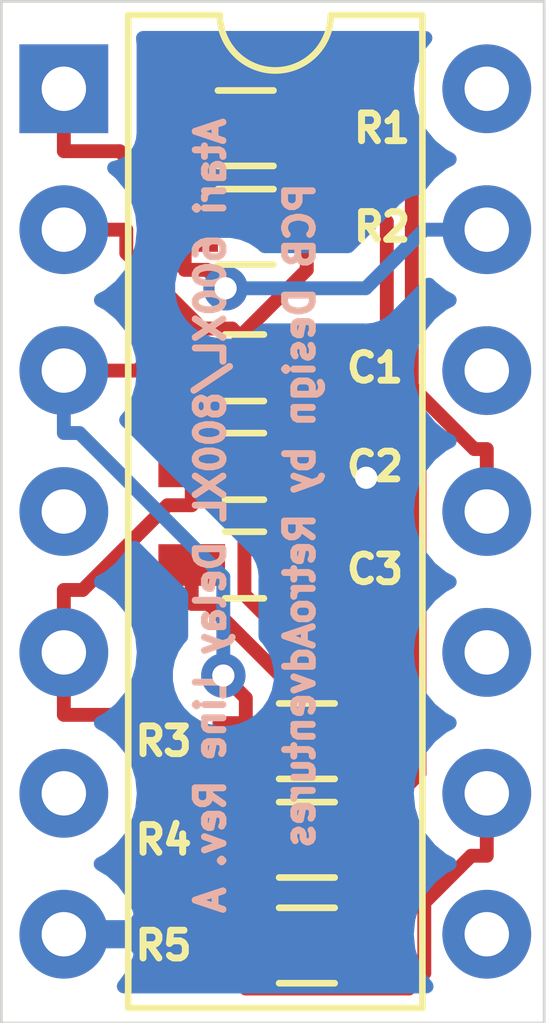
<source format=kicad_pcb>
(kicad_pcb (version 20171130) (host pcbnew "(5.1.4)-1")

  (general
    (thickness 1.6)
    (drawings 5)
    (tracks 82)
    (zones 0)
    (modules 9)
    (nets 14)
  )

  (page A4)
  (layers
    (0 F.Cu signal)
    (31 B.Cu signal)
    (32 B.Adhes user)
    (33 F.Adhes user)
    (34 B.Paste user)
    (35 F.Paste user)
    (36 B.SilkS user)
    (37 F.SilkS user)
    (38 B.Mask user)
    (39 F.Mask user)
    (40 Dwgs.User user)
    (41 Cmts.User user)
    (42 Eco1.User user)
    (43 Eco2.User user)
    (44 Edge.Cuts user)
    (45 Margin user)
    (46 B.CrtYd user)
    (47 F.CrtYd user)
    (48 B.Fab user)
    (49 F.Fab user)
  )

  (setup
    (last_trace_width 0.25)
    (trace_clearance 0.2)
    (zone_clearance 0.508)
    (zone_45_only no)
    (trace_min 0.2)
    (via_size 0.8)
    (via_drill 0.4)
    (via_min_size 0.4)
    (via_min_drill 0.3)
    (uvia_size 0.3)
    (uvia_drill 0.1)
    (uvias_allowed no)
    (uvia_min_size 0.2)
    (uvia_min_drill 0.1)
    (edge_width 0.05)
    (segment_width 0.2)
    (pcb_text_width 0.3)
    (pcb_text_size 1.5 1.5)
    (mod_edge_width 0.12)
    (mod_text_size 1 1)
    (mod_text_width 0.15)
    (pad_size 1.6 1.6)
    (pad_drill 0.8)
    (pad_to_mask_clearance 0.051)
    (solder_mask_min_width 0.25)
    (aux_axis_origin 0 0)
    (visible_elements 7FFFFFFF)
    (pcbplotparams
      (layerselection 0x010fc_ffffffff)
      (usegerberextensions false)
      (usegerberattributes false)
      (usegerberadvancedattributes false)
      (creategerberjobfile false)
      (excludeedgelayer true)
      (linewidth 0.100000)
      (plotframeref false)
      (viasonmask false)
      (mode 1)
      (useauxorigin false)
      (hpglpennumber 1)
      (hpglpenspeed 20)
      (hpglpendiameter 15.000000)
      (psnegative false)
      (psa4output false)
      (plotreference true)
      (plotvalue true)
      (plotinvisibletext false)
      (padsonsilk false)
      (subtractmaskfromsilk false)
      (outputformat 1)
      (mirror false)
      (drillshape 0)
      (scaleselection 1)
      (outputdirectory "Gerbers/"))
  )

  (net 0 "")
  (net 1 GND)
  (net 2 "Net-(C1-Pad1)")
  (net 3 "Net-(C2-Pad1)")
  (net 4 "Net-(C3-Pad1)")
  (net 5 "Net-(R1-Pad2)")
  (net 6 "Net-(R1-Pad1)")
  (net 7 "Net-(R2-Pad2)")
  (net 8 "Net-(R2-Pad1)")
  (net 9 "Net-(U13-Pad6)")
  (net 10 "Net-(U13-Pad12)")
  (net 11 "Net-(U13-Pad4)")
  (net 12 "Net-(U13-Pad10)")
  (net 13 "Net-(U13-Pad8)")

  (net_class Default "Dit is de standaard class."
    (clearance 0.2)
    (trace_width 0.25)
    (via_dia 0.8)
    (via_drill 0.4)
    (uvia_dia 0.3)
    (uvia_drill 0.1)
    (add_net GND)
    (add_net "Net-(C1-Pad1)")
    (add_net "Net-(C2-Pad1)")
    (add_net "Net-(C3-Pad1)")
    (add_net "Net-(R1-Pad1)")
    (add_net "Net-(R1-Pad2)")
    (add_net "Net-(R2-Pad1)")
    (add_net "Net-(R2-Pad2)")
    (add_net "Net-(U13-Pad10)")
    (add_net "Net-(U13-Pad12)")
    (add_net "Net-(U13-Pad4)")
    (add_net "Net-(U13-Pad6)")
    (add_net "Net-(U13-Pad8)")
  )

  (module Housings_DIP:DIP-14_W7.62mm (layer F.Cu) (tedit 5F9A125A) (tstamp 5F9A0DED)
    (at 134.856 68.758)
    (descr "14-lead though-hole mounted DIP package, row spacing 7.62 mm (300 mils)")
    (tags "THT DIP DIL PDIP 2.54mm 7.62mm 300mil")
    (path /5F9A089C)
    (fp_text reference U13 (at 3.81 -2.33) (layer F.SilkS) hide
      (effects (font (size 1 1) (thickness 0.15)))
    )
    (fp_text value 74LS14 (at 3.81 17.57) (layer F.Fab) hide
      (effects (font (size 1 1) (thickness 0.15)))
    )
    (fp_text user %R (at 3.81 7.62) (layer F.Fab)
      (effects (font (size 1 1) (thickness 0.15)))
    )
    (fp_line (start 8.7 -1.55) (end -1.1 -1.55) (layer F.CrtYd) (width 0.05))
    (fp_line (start 8.7 16.8) (end 8.7 -1.55) (layer F.CrtYd) (width 0.05))
    (fp_line (start -1.1 16.8) (end 8.7 16.8) (layer F.CrtYd) (width 0.05))
    (fp_line (start -1.1 -1.55) (end -1.1 16.8) (layer F.CrtYd) (width 0.05))
    (fp_line (start 6.46 -1.33) (end 4.81 -1.33) (layer F.SilkS) (width 0.12))
    (fp_line (start 6.46 16.57) (end 6.46 -1.33) (layer F.SilkS) (width 0.12))
    (fp_line (start 1.16 16.57) (end 6.46 16.57) (layer F.SilkS) (width 0.12))
    (fp_line (start 1.16 -1.33) (end 1.16 16.57) (layer F.SilkS) (width 0.12))
    (fp_line (start 2.81 -1.33) (end 1.16 -1.33) (layer F.SilkS) (width 0.12))
    (fp_line (start 0.635 -0.27) (end 1.635 -1.27) (layer F.Fab) (width 0.1))
    (fp_line (start 0.635 16.51) (end 0.635 -0.27) (layer F.Fab) (width 0.1))
    (fp_line (start 6.985 16.51) (end 0.635 16.51) (layer F.Fab) (width 0.1))
    (fp_line (start 6.985 -1.27) (end 6.985 16.51) (layer F.Fab) (width 0.1))
    (fp_line (start 1.635 -1.27) (end 6.985 -1.27) (layer F.Fab) (width 0.1))
    (fp_arc (start 3.81 -1.33) (end 2.81 -1.33) (angle -180) (layer F.SilkS) (width 0.12))
    (pad 14 thru_hole oval (at 7.62 0) (size 1.6 1.6) (drill 0.8) (layers *.Cu *.Mask))
    (pad 7 thru_hole oval (at 0 15.24) (size 1.6 1.6) (drill 0.8) (layers *.Cu *.Mask)
      (net 1 GND))
    (pad 13 thru_hole oval (at 7.62 2.54) (size 1.6 1.6) (drill 0.8) (layers *.Cu *.Mask)
      (net 8 "Net-(R2-Pad1)"))
    (pad 6 thru_hole oval (at 0 12.7) (size 1.6 1.6) (drill 0.8) (layers *.Cu *.Mask)
      (net 9 "Net-(U13-Pad6)"))
    (pad 12 thru_hole oval (at 7.62 5.08) (size 1.6 1.6) (drill 0.8) (layers *.Cu *.Mask)
      (net 10 "Net-(U13-Pad12)"))
    (pad 5 thru_hole oval (at 0 10.16) (size 1.6 1.6) (drill 0.8) (layers *.Cu *.Mask)
      (net 3 "Net-(C2-Pad1)"))
    (pad 11 thru_hole oval (at 7.62 7.62) (size 1.6 1.6) (drill 0.8) (layers *.Cu *.Mask)
      (net 6 "Net-(R1-Pad1)"))
    (pad 4 thru_hole oval (at 0 7.62) (size 1.6 1.6) (drill 0.8) (layers *.Cu *.Mask)
      (net 11 "Net-(U13-Pad4)"))
    (pad 10 thru_hole oval (at 7.62 10.16) (size 1.6 1.6) (drill 0.8) (layers *.Cu *.Mask)
      (net 12 "Net-(U13-Pad10)"))
    (pad 3 thru_hole oval (at 0 5.08) (size 1.6 1.6) (drill 0.8) (layers *.Cu *.Mask)
      (net 2 "Net-(C1-Pad1)"))
    (pad 9 thru_hole oval (at 7.62 12.7) (size 1.6 1.6) (drill 0.8) (layers *.Cu *.Mask)
      (net 4 "Net-(C3-Pad1)"))
    (pad 2 thru_hole oval (at 0 2.54) (size 1.6 1.6) (drill 0.8) (layers *.Cu *.Mask)
      (net 7 "Net-(R2-Pad2)"))
    (pad 8 thru_hole oval (at 7.62 15.24) (size 1.6 1.6) (drill 0.8) (layers *.Cu *.Mask)
      (net 13 "Net-(U13-Pad8)"))
    (pad 1 thru_hole rect (at 0 0) (size 1.6 1.6) (drill 0.8) (layers *.Cu *.Mask)
      (net 5 "Net-(R1-Pad2)"))
    (model ${KISYS3DMOD}/Housings_DIP.3dshapes/DIP-14_W7.62mm.wrl
      (at (xyz 0 0 0))
      (scale (xyz 1 1 1))
      (rotate (xyz 0 0 0))
    )
  )

  (module Capacitors_SMD:C_0603_HandSoldering (layer F.Cu) (tedit 58AA848B) (tstamp 5F9A0D54)
    (at 138.11 73.787)
    (descr "Capacitor SMD 0603, hand soldering")
    (tags "capacitor 0603")
    (path /5F9A8D8C)
    (attr smd)
    (fp_text reference C1 (at 2.352 0) (layer F.SilkS)
      (effects (font (size 0.5 0.5) (thickness 0.125)))
    )
    (fp_text value 1nF (at 0 1.5) (layer F.Fab) hide
      (effects (font (size 1 1) (thickness 0.15)))
    )
    (fp_line (start 1.8 0.65) (end -1.8 0.65) (layer F.CrtYd) (width 0.05))
    (fp_line (start 1.8 0.65) (end 1.8 -0.65) (layer F.CrtYd) (width 0.05))
    (fp_line (start -1.8 -0.65) (end -1.8 0.65) (layer F.CrtYd) (width 0.05))
    (fp_line (start -1.8 -0.65) (end 1.8 -0.65) (layer F.CrtYd) (width 0.05))
    (fp_line (start 0.35 0.6) (end -0.35 0.6) (layer F.SilkS) (width 0.12))
    (fp_line (start -0.35 -0.6) (end 0.35 -0.6) (layer F.SilkS) (width 0.12))
    (fp_line (start -0.8 -0.4) (end 0.8 -0.4) (layer F.Fab) (width 0.1))
    (fp_line (start 0.8 -0.4) (end 0.8 0.4) (layer F.Fab) (width 0.1))
    (fp_line (start 0.8 0.4) (end -0.8 0.4) (layer F.Fab) (width 0.1))
    (fp_line (start -0.8 0.4) (end -0.8 -0.4) (layer F.Fab) (width 0.1))
    (fp_text user %R (at 0.127 -1.27) (layer F.Fab) hide
      (effects (font (size 1 1) (thickness 0.15)))
    )
    (pad 2 smd rect (at 0.95 0) (size 1.2 0.75) (layers F.Cu F.Paste F.Mask)
      (net 1 GND))
    (pad 1 smd rect (at -0.95 0) (size 1.2 0.75) (layers F.Cu F.Paste F.Mask)
      (net 2 "Net-(C1-Pad1)"))
    (model Capacitors_SMD.3dshapes/C_0603.wrl
      (at (xyz 0 0 0))
      (scale (xyz 1 1 1))
      (rotate (xyz 0 0 0))
    )
  )

  (module Capacitors_SMD:C_0603_HandSoldering (layer F.Cu) (tedit 58AA848B) (tstamp 5F9A0D65)
    (at 138.11 75.565)
    (descr "Capacitor SMD 0603, hand soldering")
    (tags "capacitor 0603")
    (path /5F9AC96C)
    (attr smd)
    (fp_text reference C2 (at 2.352 0) (layer F.SilkS)
      (effects (font (size 0.5 0.5) (thickness 0.125)))
    )
    (fp_text value 150pF (at 0 1.5) (layer F.Fab) hide
      (effects (font (size 1 1) (thickness 0.15)))
    )
    (fp_text user %R (at 0 -2.286) (layer F.Fab) hide
      (effects (font (size 1 1) (thickness 0.15)))
    )
    (fp_line (start -0.8 0.4) (end -0.8 -0.4) (layer F.Fab) (width 0.1))
    (fp_line (start 0.8 0.4) (end -0.8 0.4) (layer F.Fab) (width 0.1))
    (fp_line (start 0.8 -0.4) (end 0.8 0.4) (layer F.Fab) (width 0.1))
    (fp_line (start -0.8 -0.4) (end 0.8 -0.4) (layer F.Fab) (width 0.1))
    (fp_line (start -0.35 -0.6) (end 0.35 -0.6) (layer F.SilkS) (width 0.12))
    (fp_line (start 0.35 0.6) (end -0.35 0.6) (layer F.SilkS) (width 0.12))
    (fp_line (start -1.8 -0.65) (end 1.8 -0.65) (layer F.CrtYd) (width 0.05))
    (fp_line (start -1.8 -0.65) (end -1.8 0.65) (layer F.CrtYd) (width 0.05))
    (fp_line (start 1.8 0.65) (end 1.8 -0.65) (layer F.CrtYd) (width 0.05))
    (fp_line (start 1.8 0.65) (end -1.8 0.65) (layer F.CrtYd) (width 0.05))
    (pad 1 smd rect (at -0.95 0) (size 1.2 0.75) (layers F.Cu F.Paste F.Mask)
      (net 3 "Net-(C2-Pad1)"))
    (pad 2 smd rect (at 0.95 0) (size 1.2 0.75) (layers F.Cu F.Paste F.Mask)
      (net 1 GND))
    (model Capacitors_SMD.3dshapes/C_0603.wrl
      (at (xyz 0 0 0))
      (scale (xyz 1 1 1))
      (rotate (xyz 0 0 0))
    )
  )

  (module Capacitors_SMD:C_0603_HandSoldering (layer F.Cu) (tedit 58AA848B) (tstamp 5F9A0D76)
    (at 138.11 77.343)
    (descr "Capacitor SMD 0603, hand soldering")
    (tags "capacitor 0603")
    (path /5F9B2378)
    (attr smd)
    (fp_text reference C3 (at 2.352 0.075999) (layer F.SilkS)
      (effects (font (size 0.5 0.5) (thickness 0.125)))
    )
    (fp_text value 30pF (at 0 1.5) (layer F.Fab) hide
      (effects (font (size 1 1) (thickness 0.15)))
    )
    (fp_line (start 1.8 0.65) (end -1.8 0.65) (layer F.CrtYd) (width 0.05))
    (fp_line (start 1.8 0.65) (end 1.8 -0.65) (layer F.CrtYd) (width 0.05))
    (fp_line (start -1.8 -0.65) (end -1.8 0.65) (layer F.CrtYd) (width 0.05))
    (fp_line (start -1.8 -0.65) (end 1.8 -0.65) (layer F.CrtYd) (width 0.05))
    (fp_line (start 0.35 0.6) (end -0.35 0.6) (layer F.SilkS) (width 0.12))
    (fp_line (start -0.35 -0.6) (end 0.35 -0.6) (layer F.SilkS) (width 0.12))
    (fp_line (start -0.8 -0.4) (end 0.8 -0.4) (layer F.Fab) (width 0.1))
    (fp_line (start 0.8 -0.4) (end 0.8 0.4) (layer F.Fab) (width 0.1))
    (fp_line (start 0.8 0.4) (end -0.8 0.4) (layer F.Fab) (width 0.1))
    (fp_line (start -0.8 0.4) (end -0.8 -0.4) (layer F.Fab) (width 0.1))
    (fp_text user %R (at -0.102001 -1.448001) (layer F.Fab) hide
      (effects (font (size 1 1) (thickness 0.15)))
    )
    (pad 2 smd rect (at 0.95 0) (size 1.2 0.75) (layers F.Cu F.Paste F.Mask)
      (net 1 GND))
    (pad 1 smd rect (at -0.95 0) (size 1.2 0.75) (layers F.Cu F.Paste F.Mask)
      (net 4 "Net-(C3-Pad1)"))
    (model Capacitors_SMD.3dshapes/C_0603.wrl
      (at (xyz 0 0 0))
      (scale (xyz 1 1 1))
      (rotate (xyz 0 0 0))
    )
  )

  (module Resistors_SMD:R_0603_HandSoldering (layer F.Cu) (tedit 58E0A804) (tstamp 5F9A0D87)
    (at 138.133 69.469)
    (descr "Resistor SMD 0603, hand soldering")
    (tags "resistor 0603")
    (path /5F9A3798)
    (attr smd)
    (fp_text reference R1 (at 2.456 0) (layer F.SilkS)
      (effects (font (size 0.5 0.5) (thickness 0.125)))
    )
    (fp_text value 120 (at 0 1.55) (layer F.Fab) hide
      (effects (font (size 1 1) (thickness 0.15)))
    )
    (fp_line (start 1.95 0.7) (end -1.96 0.7) (layer F.CrtYd) (width 0.05))
    (fp_line (start 1.95 0.7) (end 1.95 -0.7) (layer F.CrtYd) (width 0.05))
    (fp_line (start -1.96 -0.7) (end -1.96 0.7) (layer F.CrtYd) (width 0.05))
    (fp_line (start -1.96 -0.7) (end 1.95 -0.7) (layer F.CrtYd) (width 0.05))
    (fp_line (start -0.5 -0.68) (end 0.5 -0.68) (layer F.SilkS) (width 0.12))
    (fp_line (start 0.5 0.68) (end -0.5 0.68) (layer F.SilkS) (width 0.12))
    (fp_line (start -0.8 -0.4) (end 0.8 -0.4) (layer F.Fab) (width 0.1))
    (fp_line (start 0.8 -0.4) (end 0.8 0.4) (layer F.Fab) (width 0.1))
    (fp_line (start 0.8 0.4) (end -0.8 0.4) (layer F.Fab) (width 0.1))
    (fp_line (start -0.8 0.4) (end -0.8 -0.4) (layer F.Fab) (width 0.1))
    (fp_text user %R (at 0 0) (layer F.Fab)
      (effects (font (size 0.4 0.4) (thickness 0.075)))
    )
    (pad 2 smd rect (at 1.1 0) (size 1.2 0.9) (layers F.Cu F.Paste F.Mask)
      (net 5 "Net-(R1-Pad2)"))
    (pad 1 smd rect (at -1.1 0) (size 1.2 0.9) (layers F.Cu F.Paste F.Mask)
      (net 6 "Net-(R1-Pad1)"))
    (model ${KISYS3DMOD}/Resistors_SMD.3dshapes/R_0603.wrl
      (at (xyz 0 0 0))
      (scale (xyz 1 1 1))
      (rotate (xyz 0 0 0))
    )
  )

  (module Resistors_SMD:R_0603_HandSoldering (layer F.Cu) (tedit 58E0A804) (tstamp 5F9A0D98)
    (at 138.133 71.247)
    (descr "Resistor SMD 0603, hand soldering")
    (tags "resistor 0603")
    (path /5F9A6245)
    (attr smd)
    (fp_text reference R2 (at 2.456 0) (layer F.SilkS)
      (effects (font (size 0.5 0.5) (thickness 0.125)))
    )
    (fp_text value 100 (at 0 1.55) (layer F.Fab) hide
      (effects (font (size 1 1) (thickness 0.15)))
    )
    (fp_line (start 1.95 0.7) (end -1.96 0.7) (layer F.CrtYd) (width 0.05))
    (fp_line (start 1.95 0.7) (end 1.95 -0.7) (layer F.CrtYd) (width 0.05))
    (fp_line (start -1.96 -0.7) (end -1.96 0.7) (layer F.CrtYd) (width 0.05))
    (fp_line (start -1.96 -0.7) (end 1.95 -0.7) (layer F.CrtYd) (width 0.05))
    (fp_line (start -0.5 -0.68) (end 0.5 -0.68) (layer F.SilkS) (width 0.12))
    (fp_line (start 0.5 0.68) (end -0.5 0.68) (layer F.SilkS) (width 0.12))
    (fp_line (start -0.8 -0.4) (end 0.8 -0.4) (layer F.Fab) (width 0.1))
    (fp_line (start 0.8 -0.4) (end 0.8 0.4) (layer F.Fab) (width 0.1))
    (fp_line (start 0.8 0.4) (end -0.8 0.4) (layer F.Fab) (width 0.1))
    (fp_line (start -0.8 0.4) (end -0.8 -0.4) (layer F.Fab) (width 0.1))
    (fp_text user %R (at 0 0) (layer F.Fab)
      (effects (font (size 0.4 0.4) (thickness 0.075)))
    )
    (pad 2 smd rect (at 1.1 0) (size 1.2 0.9) (layers F.Cu F.Paste F.Mask)
      (net 7 "Net-(R2-Pad2)"))
    (pad 1 smd rect (at -1.1 0) (size 1.2 0.9) (layers F.Cu F.Paste F.Mask)
      (net 8 "Net-(R2-Pad1)"))
    (model ${KISYS3DMOD}/Resistors_SMD.3dshapes/R_0603.wrl
      (at (xyz 0 0 0))
      (scale (xyz 1 1 1))
      (rotate (xyz 0 0 0))
    )
  )

  (module Resistors_SMD:R_0603_HandSoldering (layer F.Cu) (tedit 58E0A804) (tstamp 5F9A0DA9)
    (at 139.235 80.518)
    (descr "Resistor SMD 0603, hand soldering")
    (tags "resistor 0603")
    (path /5F9A4D4F)
    (attr smd)
    (fp_text reference R3 (at -2.583 0) (layer F.SilkS)
      (effects (font (size 0.5 0.5) (thickness 0.125)))
    )
    (fp_text value 120 (at 0 1.55) (layer F.Fab) hide
      (effects (font (size 1 1) (thickness 0.15)))
    )
    (fp_text user %R (at 0 0) (layer F.Fab)
      (effects (font (size 0.4 0.4) (thickness 0.075)))
    )
    (fp_line (start -0.8 0.4) (end -0.8 -0.4) (layer F.Fab) (width 0.1))
    (fp_line (start 0.8 0.4) (end -0.8 0.4) (layer F.Fab) (width 0.1))
    (fp_line (start 0.8 -0.4) (end 0.8 0.4) (layer F.Fab) (width 0.1))
    (fp_line (start -0.8 -0.4) (end 0.8 -0.4) (layer F.Fab) (width 0.1))
    (fp_line (start 0.5 0.68) (end -0.5 0.68) (layer F.SilkS) (width 0.12))
    (fp_line (start -0.5 -0.68) (end 0.5 -0.68) (layer F.SilkS) (width 0.12))
    (fp_line (start -1.96 -0.7) (end 1.95 -0.7) (layer F.CrtYd) (width 0.05))
    (fp_line (start -1.96 -0.7) (end -1.96 0.7) (layer F.CrtYd) (width 0.05))
    (fp_line (start 1.95 0.7) (end 1.95 -0.7) (layer F.CrtYd) (width 0.05))
    (fp_line (start 1.95 0.7) (end -1.96 0.7) (layer F.CrtYd) (width 0.05))
    (pad 1 smd rect (at -1.1 0) (size 1.2 0.9) (layers F.Cu F.Paste F.Mask)
      (net 2 "Net-(C1-Pad1)"))
    (pad 2 smd rect (at 1.1 0) (size 1.2 0.9) (layers F.Cu F.Paste F.Mask)
      (net 7 "Net-(R2-Pad2)"))
    (model ${KISYS3DMOD}/Resistors_SMD.3dshapes/R_0603.wrl
      (at (xyz 0 0 0))
      (scale (xyz 1 1 1))
      (rotate (xyz 0 0 0))
    )
  )

  (module Resistors_SMD:R_0603_HandSoldering (layer F.Cu) (tedit 58E0A804) (tstamp 5F9A0DBA)
    (at 139.235 82.296)
    (descr "Resistor SMD 0603, hand soldering")
    (tags "resistor 0603")
    (path /5F9AA465)
    (attr smd)
    (fp_text reference R4 (at -2.583 0) (layer F.SilkS)
      (effects (font (size 0.5 0.5) (thickness 0.125)))
    )
    (fp_text value 270 (at 0 1.55) (layer F.Fab) hide
      (effects (font (size 1 1) (thickness 0.15)))
    )
    (fp_text user %R (at 0 0) (layer F.Fab)
      (effects (font (size 0.4 0.4) (thickness 0.075)))
    )
    (fp_line (start -0.8 0.4) (end -0.8 -0.4) (layer F.Fab) (width 0.1))
    (fp_line (start 0.8 0.4) (end -0.8 0.4) (layer F.Fab) (width 0.1))
    (fp_line (start 0.8 -0.4) (end 0.8 0.4) (layer F.Fab) (width 0.1))
    (fp_line (start -0.8 -0.4) (end 0.8 -0.4) (layer F.Fab) (width 0.1))
    (fp_line (start 0.5 0.68) (end -0.5 0.68) (layer F.SilkS) (width 0.12))
    (fp_line (start -0.5 -0.68) (end 0.5 -0.68) (layer F.SilkS) (width 0.12))
    (fp_line (start -1.96 -0.7) (end 1.95 -0.7) (layer F.CrtYd) (width 0.05))
    (fp_line (start -1.96 -0.7) (end -1.96 0.7) (layer F.CrtYd) (width 0.05))
    (fp_line (start 1.95 0.7) (end 1.95 -0.7) (layer F.CrtYd) (width 0.05))
    (fp_line (start 1.95 0.7) (end -1.96 0.7) (layer F.CrtYd) (width 0.05))
    (pad 1 smd rect (at -1.1 0) (size 1.2 0.9) (layers F.Cu F.Paste F.Mask)
      (net 3 "Net-(C2-Pad1)"))
    (pad 2 smd rect (at 1.1 0) (size 1.2 0.9) (layers F.Cu F.Paste F.Mask)
      (net 5 "Net-(R1-Pad2)"))
    (model ${KISYS3DMOD}/Resistors_SMD.3dshapes/R_0603.wrl
      (at (xyz 0 0 0))
      (scale (xyz 1 1 1))
      (rotate (xyz 0 0 0))
    )
  )

  (module Resistors_SMD:R_0603_HandSoldering (layer F.Cu) (tedit 58E0A804) (tstamp 5F9A0DCB)
    (at 139.235 84.201)
    (descr "Resistor SMD 0603, hand soldering")
    (tags "resistor 0603")
    (path /5F9ADF95)
    (attr smd)
    (fp_text reference R5 (at -2.583 0) (layer F.SilkS)
      (effects (font (size 0.5 0.5) (thickness 0.125)))
    )
    (fp_text value 620 (at 0 1.55) (layer F.Fab) hide
      (effects (font (size 1 1) (thickness 0.15)))
    )
    (fp_line (start 1.95 0.7) (end -1.96 0.7) (layer F.CrtYd) (width 0.05))
    (fp_line (start 1.95 0.7) (end 1.95 -0.7) (layer F.CrtYd) (width 0.05))
    (fp_line (start -1.96 -0.7) (end -1.96 0.7) (layer F.CrtYd) (width 0.05))
    (fp_line (start -1.96 -0.7) (end 1.95 -0.7) (layer F.CrtYd) (width 0.05))
    (fp_line (start -0.5 -0.68) (end 0.5 -0.68) (layer F.SilkS) (width 0.12))
    (fp_line (start 0.5 0.68) (end -0.5 0.68) (layer F.SilkS) (width 0.12))
    (fp_line (start -0.8 -0.4) (end 0.8 -0.4) (layer F.Fab) (width 0.1))
    (fp_line (start 0.8 -0.4) (end 0.8 0.4) (layer F.Fab) (width 0.1))
    (fp_line (start 0.8 0.4) (end -0.8 0.4) (layer F.Fab) (width 0.1))
    (fp_line (start -0.8 0.4) (end -0.8 -0.4) (layer F.Fab) (width 0.1))
    (fp_text user %R (at 0 0) (layer F.Fab)
      (effects (font (size 0.4 0.4) (thickness 0.075)))
    )
    (pad 2 smd rect (at 1.1 0) (size 1.2 0.9) (layers F.Cu F.Paste F.Mask)
      (net 5 "Net-(R1-Pad2)"))
    (pad 1 smd rect (at -1.1 0) (size 1.2 0.9) (layers F.Cu F.Paste F.Mask)
      (net 4 "Net-(C3-Pad1)"))
    (model ${KISYS3DMOD}/Resistors_SMD.3dshapes/R_0603.wrl
      (at (xyz 0 0 0))
      (scale (xyz 1 1 1))
      (rotate (xyz 0 0 0))
    )
  )

  (gr_text "Atari 600XL/800XL Delay Line Rev. A\n\nPCB Design by RetroAdventures" (at 138.303 76.454 90) (layer B.SilkS)
    (effects (font (size 0.5 0.5) (thickness 0.125)) (justify mirror))
  )
  (gr_line (start 133.731 85.598) (end 133.731 67.183) (layer Edge.Cuts) (width 0.05) (tstamp 5F9A2E66))
  (gr_line (start 143.51 85.598) (end 133.731 85.598) (layer Edge.Cuts) (width 0.05))
  (gr_line (start 143.51 67.183) (end 143.51 85.598) (layer Edge.Cuts) (width 0.05))
  (gr_line (start 133.731 67.183) (end 143.51 67.183) (layer Edge.Cuts) (width 0.05))

  (segment (start 140.3036 75.7699) (end 140.1902 75.7699) (width 0.25) (layer F.Cu) (net 1))
  (segment (start 140.1902 75.7699) (end 139.9853 75.565) (width 0.25) (layer F.Cu) (net 1))
  (segment (start 139.06 75.565) (end 139.9853 75.565) (width 0.25) (layer F.Cu) (net 1))
  (segment (start 139.06 75.565) (end 139.06 76.6427) (width 0.25) (layer F.Cu) (net 1))
  (segment (start 139.06 77.343) (end 139.06 76.6427) (width 0.25) (layer F.Cu) (net 1))
  (segment (start 139.06 73.787) (end 139.06 75.565) (width 0.25) (layer F.Cu) (net 1))
  (via (at 140.3036 75.7699) (size 0.8) (layers F.Cu B.Cu) (net 1))
  (segment (start 134.856 73.838) (end 134.856 74.9633) (width 0.25) (layer B.Cu) (net 2))
  (segment (start 137.7298 79.3352) (end 138.135 79.7404) (width 0.25) (layer F.Cu) (net 2))
  (segment (start 138.135 79.7404) (end 138.135 80.518) (width 0.25) (layer F.Cu) (net 2))
  (segment (start 134.856 74.9633) (end 135.1373 74.9633) (width 0.25) (layer B.Cu) (net 2))
  (segment (start 135.1373 74.9633) (end 137.7298 77.5558) (width 0.25) (layer B.Cu) (net 2))
  (segment (start 137.7298 77.5558) (end 137.7298 79.3352) (width 0.25) (layer B.Cu) (net 2))
  (segment (start 137.16 73.787) (end 136.2347 73.787) (width 0.25) (layer F.Cu) (net 2))
  (segment (start 134.856 73.838) (end 136.1837 73.838) (width 0.25) (layer F.Cu) (net 2))
  (segment (start 136.1837 73.838) (end 136.2347 73.787) (width 0.25) (layer F.Cu) (net 2))
  (via (at 137.7298 79.3352) (size 0.8) (layers F.Cu B.Cu) (net 2))
  (segment (start 134.856 78.918) (end 134.856 77.7927) (width 0.25) (layer F.Cu) (net 3))
  (segment (start 134.856 77.7927) (end 135.1949 77.7927) (width 0.25) (layer F.Cu) (net 3))
  (segment (start 135.1949 77.7927) (end 136.7223 76.2653) (width 0.25) (layer F.Cu) (net 3))
  (segment (start 136.7223 76.2653) (end 137.16 76.2653) (width 0.25) (layer F.Cu) (net 3))
  (segment (start 134.856 79.4806) (end 134.856 78.918) (width 0.25) (layer F.Cu) (net 3))
  (segment (start 137.16 75.565) (end 137.16 76.2653) (width 0.25) (layer F.Cu) (net 3))
  (segment (start 134.856 79.4806) (end 134.856 80.0433) (width 0.25) (layer F.Cu) (net 3))
  (segment (start 138.135 82.296) (end 138.135 81.5207) (width 0.25) (layer F.Cu) (net 3))
  (segment (start 134.856 80.0433) (end 135.8823 80.0433) (width 0.25) (layer F.Cu) (net 3))
  (segment (start 135.8823 80.0433) (end 137.3597 81.5207) (width 0.25) (layer F.Cu) (net 3))
  (segment (start 137.3597 81.5207) (end 138.135 81.5207) (width 0.25) (layer F.Cu) (net 3))
  (segment (start 138.135 84.201) (end 138.135 83.4257) (width 0.25) (layer F.Cu) (net 4))
  (segment (start 138.135 84.201) (end 138.135 84.9763) (width 0.25) (layer F.Cu) (net 4))
  (segment (start 142.476 81.458) (end 142.476 82.5833) (width 0.25) (layer F.Cu) (net 4))
  (segment (start 142.476 82.5833) (end 142.1946 82.5833) (width 0.25) (layer F.Cu) (net 4))
  (segment (start 142.1946 82.5833) (end 141.3507 83.4272) (width 0.25) (layer F.Cu) (net 4))
  (segment (start 141.3507 83.4272) (end 141.3507 84.6997) (width 0.25) (layer F.Cu) (net 4))
  (segment (start 141.3507 84.6997) (end 141.0741 84.9763) (width 0.25) (layer F.Cu) (net 4))
  (segment (start 141.0741 84.9763) (end 138.135 84.9763) (width 0.25) (layer F.Cu) (net 4))
  (segment (start 138.135 83.4257) (end 138.5226 83.4257) (width 0.25) (layer F.Cu) (net 4))
  (segment (start 138.5226 83.4257) (end 139.0604 82.8879) (width 0.25) (layer F.Cu) (net 4))
  (segment (start 139.0604 82.8879) (end 139.0604 79.64) (width 0.25) (layer F.Cu) (net 4))
  (segment (start 139.0604 79.64) (end 137.4637 78.0433) (width 0.25) (layer F.Cu) (net 4))
  (segment (start 137.4637 78.0433) (end 137.16 78.0433) (width 0.25) (layer F.Cu) (net 4))
  (segment (start 137.16 77.343) (end 137.16 78.0433) (width 0.25) (layer F.Cu) (net 4))
  (segment (start 140.335 82.296) (end 140.335 81.5207) (width 0.25) (layer F.Cu) (net 5))
  (segment (start 140.335 81.5207) (end 140.8438 81.5207) (width 0.25) (layer F.Cu) (net 5))
  (segment (start 140.8438 81.5207) (end 141.2634 81.1011) (width 0.25) (layer F.Cu) (net 5))
  (segment (start 141.2634 81.1011) (end 141.2634 75.3821) (width 0.25) (layer F.Cu) (net 5))
  (segment (start 141.2634 75.3821) (end 140.675 74.7937) (width 0.25) (layer F.Cu) (net 5))
  (segment (start 140.675 74.7937) (end 140.675 71.1548) (width 0.25) (layer F.Cu) (net 5))
  (segment (start 140.675 71.1548) (end 139.7645 70.2443) (width 0.25) (layer F.Cu) (net 5))
  (segment (start 139.7645 70.2443) (end 139.233 70.2443) (width 0.25) (layer F.Cu) (net 5))
  (segment (start 140.335 84.201) (end 140.335 82.296) (width 0.25) (layer F.Cu) (net 5))
  (segment (start 139.233 69.469) (end 139.233 70.2443) (width 0.25) (layer F.Cu) (net 5))
  (segment (start 134.856 68.758) (end 134.856 69.8833) (width 0.25) (layer F.Cu) (net 5))
  (segment (start 134.856 69.8833) (end 135.8627 69.8833) (width 0.25) (layer F.Cu) (net 5))
  (segment (start 135.8627 69.8833) (end 136.2237 70.2443) (width 0.25) (layer F.Cu) (net 5))
  (segment (start 136.2237 70.2443) (end 139.233 70.2443) (width 0.25) (layer F.Cu) (net 5))
  (segment (start 137.033 69.469) (end 137.033 68.6937) (width 0.25) (layer F.Cu) (net 6))
  (segment (start 142.476 76.378) (end 142.476 75.2527) (width 0.25) (layer F.Cu) (net 6))
  (segment (start 142.476 75.2527) (end 142.2512 75.2527) (width 0.25) (layer F.Cu) (net 6))
  (segment (start 142.2512 75.2527) (end 141.1254 74.1269) (width 0.25) (layer F.Cu) (net 6))
  (segment (start 141.1254 74.1269) (end 141.1254 69.8278) (width 0.25) (layer F.Cu) (net 6))
  (segment (start 141.1254 69.8278) (end 139.9913 68.6937) (width 0.25) (layer F.Cu) (net 6))
  (segment (start 139.9913 68.6937) (end 137.033 68.6937) (width 0.25) (layer F.Cu) (net 6))
  (segment (start 138.0319 73.2234) (end 138.11 73.3015) (width 0.25) (layer F.Cu) (net 7))
  (segment (start 138.11 73.3015) (end 138.11 77.8786) (width 0.25) (layer F.Cu) (net 7))
  (segment (start 138.11 77.8786) (end 139.9741 79.7427) (width 0.25) (layer F.Cu) (net 7))
  (segment (start 139.9741 79.7427) (end 140.335 79.7427) (width 0.25) (layer F.Cu) (net 7))
  (segment (start 135.9813 71.298) (end 135.9813 71.72) (width 0.25) (layer F.Cu) (net 7))
  (segment (start 135.9813 71.72) (end 137.3412 73.0799) (width 0.25) (layer F.Cu) (net 7))
  (segment (start 137.3412 73.0799) (end 137.8884 73.0799) (width 0.25) (layer F.Cu) (net 7))
  (segment (start 137.8884 73.0799) (end 138.0319 73.2234) (width 0.25) (layer F.Cu) (net 7))
  (segment (start 138.0319 73.2234) (end 139.233 72.0223) (width 0.25) (layer F.Cu) (net 7))
  (segment (start 139.233 71.247) (end 139.233 72.0223) (width 0.25) (layer F.Cu) (net 7))
  (segment (start 140.335 80.518) (end 140.335 79.7427) (width 0.25) (layer F.Cu) (net 7))
  (segment (start 134.856 71.298) (end 135.9813 71.298) (width 0.25) (layer F.Cu) (net 7))
  (segment (start 137.033 72.0223) (end 137.4381 72.0223) (width 0.25) (layer F.Cu) (net 8))
  (segment (start 137.4381 72.0223) (end 137.7704 72.3546) (width 0.25) (layer F.Cu) (net 8))
  (segment (start 141.3507 71.298) (end 140.2941 72.3546) (width 0.25) (layer B.Cu) (net 8))
  (segment (start 140.2941 72.3546) (end 137.7704 72.3546) (width 0.25) (layer B.Cu) (net 8))
  (segment (start 137.033 71.247) (end 137.033 72.0223) (width 0.25) (layer F.Cu) (net 8))
  (segment (start 142.476 71.298) (end 141.3507 71.298) (width 0.25) (layer B.Cu) (net 8))
  (via (at 137.7704 72.3546) (size 0.8) (layers F.Cu B.Cu) (net 8))

  (zone (net 1) (net_name GND) (layer B.Cu) (tstamp 5F9A3339) (hatch edge 0.508)
    (connect_pads (clearance 0.508))
    (min_thickness 0.254)
    (fill yes (arc_segments 32) (thermal_gap 0.508) (thermal_bridge_width 0.508))
    (polygon
      (pts
        (xy 133.731 67.183) (xy 143.51 67.183) (xy 143.51 85.598) (xy 133.731 85.598)
      )
    )
    (filled_polygon
      (pts
        (xy 141.277068 67.956899) (xy 141.143818 68.206192) (xy 141.061764 68.476691) (xy 141.034057 68.758) (xy 141.061764 69.039309)
        (xy 141.143818 69.309808) (xy 141.277068 69.559101) (xy 141.456392 69.777608) (xy 141.674899 69.956932) (xy 141.807858 70.028)
        (xy 141.674899 70.099068) (xy 141.456392 70.278392) (xy 141.277068 70.496899) (xy 141.251861 70.544058) (xy 141.201714 70.548997)
        (xy 141.058453 70.592454) (xy 140.926423 70.663026) (xy 140.842783 70.731668) (xy 140.810699 70.757999) (xy 140.786901 70.786997)
        (xy 139.979299 71.5946) (xy 138.474111 71.5946) (xy 138.430174 71.550663) (xy 138.260656 71.437395) (xy 138.072298 71.359374)
        (xy 137.872339 71.3196) (xy 137.668461 71.3196) (xy 137.468502 71.359374) (xy 137.280144 71.437395) (xy 137.110626 71.550663)
        (xy 136.966463 71.694826) (xy 136.853195 71.864344) (xy 136.775174 72.052702) (xy 136.7354 72.252661) (xy 136.7354 72.456539)
        (xy 136.775174 72.656498) (xy 136.853195 72.844856) (xy 136.966463 73.014374) (xy 137.110626 73.158537) (xy 137.280144 73.271805)
        (xy 137.468502 73.349826) (xy 137.668461 73.3896) (xy 137.872339 73.3896) (xy 138.072298 73.349826) (xy 138.260656 73.271805)
        (xy 138.430174 73.158537) (xy 138.474111 73.1146) (xy 140.256778 73.1146) (xy 140.2941 73.118276) (xy 140.331422 73.1146)
        (xy 140.331433 73.1146) (xy 140.443086 73.103603) (xy 140.586347 73.060146) (xy 140.718376 72.989574) (xy 140.834101 72.894601)
        (xy 140.857904 72.865598) (xy 141.43363 72.289872) (xy 141.456392 72.317608) (xy 141.674899 72.496932) (xy 141.807858 72.568)
        (xy 141.674899 72.639068) (xy 141.456392 72.818392) (xy 141.277068 73.036899) (xy 141.143818 73.286192) (xy 141.061764 73.556691)
        (xy 141.034057 73.838) (xy 141.061764 74.119309) (xy 141.143818 74.389808) (xy 141.277068 74.639101) (xy 141.456392 74.857608)
        (xy 141.674899 75.036932) (xy 141.807858 75.108) (xy 141.674899 75.179068) (xy 141.456392 75.358392) (xy 141.277068 75.576899)
        (xy 141.143818 75.826192) (xy 141.061764 76.096691) (xy 141.034057 76.378) (xy 141.061764 76.659309) (xy 141.143818 76.929808)
        (xy 141.277068 77.179101) (xy 141.456392 77.397608) (xy 141.674899 77.576932) (xy 141.807858 77.648) (xy 141.674899 77.719068)
        (xy 141.456392 77.898392) (xy 141.277068 78.116899) (xy 141.143818 78.366192) (xy 141.061764 78.636691) (xy 141.034057 78.918)
        (xy 141.061764 79.199309) (xy 141.143818 79.469808) (xy 141.277068 79.719101) (xy 141.456392 79.937608) (xy 141.674899 80.116932)
        (xy 141.807858 80.188) (xy 141.674899 80.259068) (xy 141.456392 80.438392) (xy 141.277068 80.656899) (xy 141.143818 80.906192)
        (xy 141.061764 81.176691) (xy 141.034057 81.458) (xy 141.061764 81.739309) (xy 141.143818 82.009808) (xy 141.277068 82.259101)
        (xy 141.456392 82.477608) (xy 141.674899 82.656932) (xy 141.807858 82.728) (xy 141.674899 82.799068) (xy 141.456392 82.978392)
        (xy 141.277068 83.196899) (xy 141.143818 83.446192) (xy 141.061764 83.716691) (xy 141.034057 83.998) (xy 141.061764 84.279309)
        (xy 141.143818 84.549808) (xy 141.277068 84.799101) (xy 141.391059 84.938) (xy 135.936875 84.938) (xy 136.087037 84.73542)
        (xy 136.207246 84.481087) (xy 136.247904 84.347039) (xy 136.125915 84.125) (xy 134.983 84.125) (xy 134.983 84.145)
        (xy 134.729 84.145) (xy 134.729 84.125) (xy 134.709 84.125) (xy 134.709 83.871) (xy 134.729 83.871)
        (xy 134.729 83.851) (xy 134.983 83.851) (xy 134.983 83.871) (xy 136.125915 83.871) (xy 136.247904 83.648961)
        (xy 136.207246 83.514913) (xy 136.087037 83.26058) (xy 135.919519 83.034586) (xy 135.711131 82.845615) (xy 135.519318 82.730579)
        (xy 135.657101 82.656932) (xy 135.875608 82.477608) (xy 136.054932 82.259101) (xy 136.188182 82.009808) (xy 136.270236 81.739309)
        (xy 136.297943 81.458) (xy 136.270236 81.176691) (xy 136.188182 80.906192) (xy 136.054932 80.656899) (xy 135.875608 80.438392)
        (xy 135.657101 80.259068) (xy 135.524142 80.188) (xy 135.657101 80.116932) (xy 135.875608 79.937608) (xy 136.054932 79.719101)
        (xy 136.188182 79.469808) (xy 136.270236 79.199309) (xy 136.297943 78.918) (xy 136.270236 78.636691) (xy 136.188182 78.366192)
        (xy 136.054932 78.116899) (xy 135.875608 77.898392) (xy 135.657101 77.719068) (xy 135.524142 77.648) (xy 135.657101 77.576932)
        (xy 135.875608 77.397608) (xy 136.054932 77.179101) (xy 136.132737 77.033538) (xy 136.9698 77.870602) (xy 136.969801 78.631488)
        (xy 136.925863 78.675426) (xy 136.812595 78.844944) (xy 136.734574 79.033302) (xy 136.6948 79.233261) (xy 136.6948 79.437139)
        (xy 136.734574 79.637098) (xy 136.812595 79.825456) (xy 136.925863 79.994974) (xy 137.070026 80.139137) (xy 137.239544 80.252405)
        (xy 137.427902 80.330426) (xy 137.627861 80.3702) (xy 137.831739 80.3702) (xy 138.031698 80.330426) (xy 138.220056 80.252405)
        (xy 138.389574 80.139137) (xy 138.533737 79.994974) (xy 138.647005 79.825456) (xy 138.725026 79.637098) (xy 138.7648 79.437139)
        (xy 138.7648 79.233261) (xy 138.725026 79.033302) (xy 138.647005 78.844944) (xy 138.533737 78.675426) (xy 138.4898 78.631489)
        (xy 138.4898 77.593125) (xy 138.493476 77.5558) (xy 138.4898 77.518475) (xy 138.4898 77.518467) (xy 138.478803 77.406814)
        (xy 138.435346 77.263553) (xy 138.364774 77.131524) (xy 138.269801 77.015799) (xy 138.240804 76.992002) (xy 135.979643 74.730841)
        (xy 136.054932 74.639101) (xy 136.188182 74.389808) (xy 136.270236 74.119309) (xy 136.297943 73.838) (xy 136.270236 73.556691)
        (xy 136.188182 73.286192) (xy 136.054932 73.036899) (xy 135.875608 72.818392) (xy 135.657101 72.639068) (xy 135.524142 72.568)
        (xy 135.657101 72.496932) (xy 135.875608 72.317608) (xy 136.054932 72.099101) (xy 136.188182 71.849808) (xy 136.270236 71.579309)
        (xy 136.297943 71.298) (xy 136.270236 71.016691) (xy 136.188182 70.746192) (xy 136.054932 70.496899) (xy 135.875608 70.278392)
        (xy 135.762518 70.185581) (xy 135.780482 70.183812) (xy 135.90018 70.147502) (xy 136.010494 70.088537) (xy 136.107185 70.009185)
        (xy 136.186537 69.912494) (xy 136.245502 69.80218) (xy 136.281812 69.682482) (xy 136.294072 69.558) (xy 136.294072 67.958)
        (xy 136.282746 67.843) (xy 141.370542 67.843)
      )
    )
  )
)

</source>
